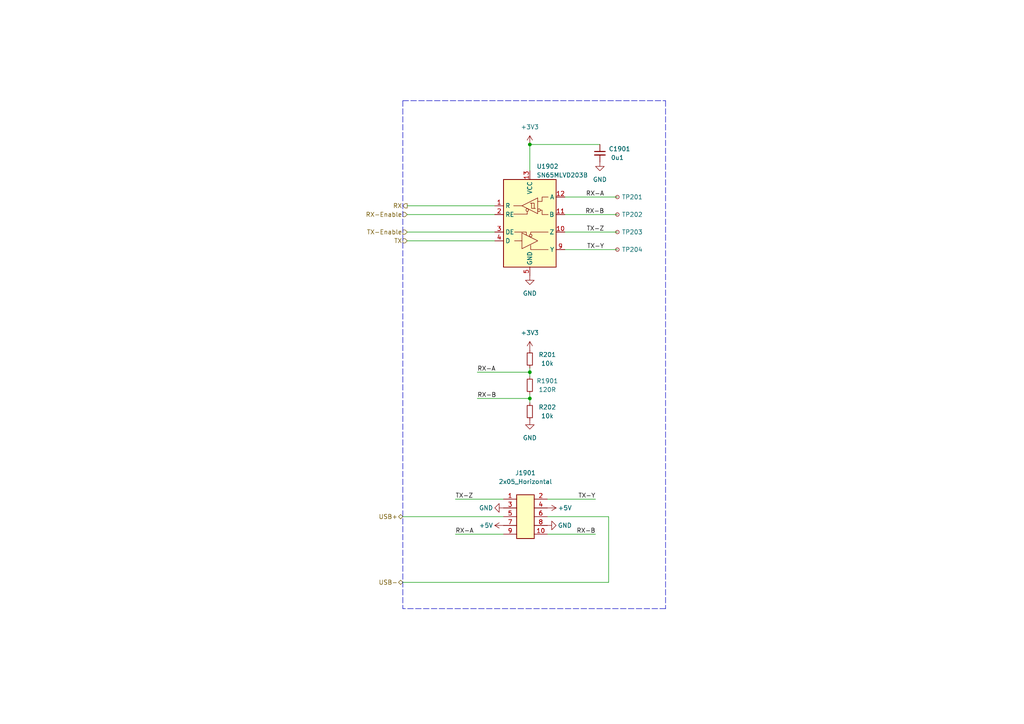
<source format=kicad_sch>
(kicad_sch (version 20231120) (generator "eeschema") (generator_version "8.0")
  (paper "A4")
  (title_block (title "V2 Link") (date "2023-03-29") (rev "3") (company "Plug"))
  (lib_symbols
    (symbol "Connector:TestPoint_Small" (pin_numbers hide) (pin_names (offset 0.762) hide)
      (property "Reference" "TP" (at 0 3.81 0))
      (property "Value" "TestPoint_Small" (at 0 2.032 0))
      (symbol "TestPoint_Small_0_1"
        (circle (center 0 0) (radius 0.508))
      )
      (symbol "TestPoint_Small_1_1"
        (pin passive line (at 0 0 90) (length 0) (name "1") (number "1"))
      )
    )
    (symbol "Device:C_Small" (pin_numbers hide) (pin_names (offset 0.254) hide)
      (property "Reference" "C" (at 0.254 1.778 0))
      (property "Value" "C_Small" (at 0.254 -2.032 0))
      (symbol "C_Small_0_1"
        (polyline (pts (xy -1.524 -0.508) (xy 1.524 -0.508)) (stroke (width 0.3302)))
        (polyline (pts (xy -1.524 0.508) (xy 1.524 0.508)) (stroke (width 0.3048)))
      )
      (symbol "C_Small_1_1"
        (pin passive line (at 0 2.54 270) (length 2.032) (name "~") (number "1"))
        (pin passive line (at 0 -2.54 90) (length 2.032) (name "~") (number "2"))
      )
    )
    (symbol "Device:R_Small" (pin_numbers hide) (pin_names (offset 0.254) hide)
      (property "Reference" "R" (at 0.762 0.508 0))
      (property "Value" "R_Small" (at 0.762 -1.016 0))
      (symbol "R_Small_0_1"
        (rectangle (start -0.762 1.778) (end 0.762 -1.778) (stroke (width 0.2032)))
      )
      (symbol "R_Small_1_1"
        (pin passive line (at 0 2.54 270) (length 0.762) (name "~") (number "1"))
        (pin passive line (at 0 -2.54 90) (length 0.762) (name "~") (number "2"))
      )
    )
    (symbol "V2_Connector_Header_1.27mm:2x05_Horizontal" (pin_names hide)
      (property "Reference" "J" (at 0 12.7 0))
      (property "Value" "2x05_Horizontal" (at 1.27 10.16 0))
      (symbol "2x05_Horizontal_1_1"
        (rectangle (start -2.54 6.35) (end 2.54 -6.35) (stroke (width 0.254)) (fill (type background)))
        (pin passive line (at -6.35 5.08 0) (length 3.81) (name "Pin_1") (number "1"))
        (pin passive line (at 6.35 -5.08 180) (length 3.81) (name "Pin_10") (number "10"))
        (pin passive line (at 6.35 5.08 180) (length 3.81) (name "Pin_2") (number "2"))
        (pin passive line (at -6.35 2.54 0) (length 3.81) (name "Pin_3") (number "3"))
        (pin passive line (at 6.35 2.54 180) (length 3.81) (name "Pin_4") (number "4"))
        (pin passive line (at -6.35 0 0) (length 3.81) (name "Pin_5") (number "5"))
        (pin passive line (at 6.35 0 180) (length 3.81) (name "Pin_6") (number "6"))
        (pin passive line (at -6.35 -2.54 0) (length 3.81) (name "Pin_7") (number "7"))
        (pin passive line (at 6.35 -2.54 180) (length 3.81) (name "Pin_8") (number "8"))
        (pin passive line (at -6.35 -5.08 0) (length 3.81) (name "Pin_9") (number "9"))
      )
    )
    (symbol "V2_Interface_LVDS:SN65MLVD203B"
      (property "Reference" "U" (at -8.89 8.89 0))
      (property "Value" "SN65MLVD203B" (at 1.27 8.89 0))
      (symbol "SN65MLVD203B_0_1"
        (rectangle (start -7.62 12.7) (end 7.62 -12.7) (stroke (width 0.254)) (fill (type background)))
        (circle (center -0.7445 3.8547) (radius 0.381))
        (polyline (pts (xy -4.445 -5.08) (xy -2.286 -5.08)))
        (polyline (pts (xy -2.286 5.08) (xy -4.699 5.08)))
        (polyline (pts (xy -0.762 2.667) (xy -4.699 2.667)))
        (polyline (pts (xy -0.762 3.429) (xy -0.762 2.667)))
        (polyline (pts (xy -1.016 -3.429) (xy -1.016 -2.54) (xy -4.445 -2.54)))
        (polyline (pts (xy 1.27 4.318) (xy 1.27 5.842) (xy 0.381 5.842)))
        (polyline (pts (xy 5.334 -7.62) (xy 0.254 -7.62) (xy 0.254 -6.35)))
        (polyline (pts (xy 5.334 -2.54) (xy 0.254 -2.54) (xy 0.254 -3.175)))
        (polyline (pts (xy -2.286 -2.794) (xy -2.286 -7.366) (xy 2.286 -5.08) (xy -2.286 -2.794)))
        (polyline (pts (xy 2.286 6.35) (xy 3.556 6.35) (xy 3.556 7.62) (xy 5.334 7.62)))
        (polyline (pts (xy 2.286 7.366) (xy 2.286 2.794) (xy -2.286 5.08) (xy 2.286 7.366)))
        (polyline (pts (xy 3.048 3.81) (xy 3.556 3.81) (xy 3.556 2.54) (xy 5.334 2.54)))
        (polyline (pts (xy 1.651 4.318) (xy 0.635 4.318) (xy 0.508 4.318) (xy 0.508 5.842) (xy 0.127 5.842)))
        (circle (center 0.254 -3.556) (radius 0.381))
        (circle (center 2.667 3.81) (radius 0.381))
      )
      (symbol "SN65MLVD203B_1_1"
        (pin output line (at -10.16 5.08 0) (length 2.54) (name "R") (number "1"))
        (pin output line (at 10.16 -2.54 180) (length 2.54) (name "Z") (number "10"))
        (pin input line (at 10.16 2.54 180) (length 2.54) (name "B") (number "11"))
        (pin input line (at 10.16 7.62 180) (length 2.54) (name "A") (number "12"))
        (pin power_in line (at 0 15.24 270) (length 2.54) (name "VCC") (number "13"))
        (pin passive line (at 0 15.24 270) (length 2.54) hide (name "VCC") (number "14"))
        (pin no_connect line (at 0 -34.29 0) (length 2.54) hide (name "") (number "15"))
        (pin no_connect line (at 0 -36.83 0) (length 2.54) hide (name "") (number "16"))
        (pin passive line (at 0 -15.24 90) (length 2.54) hide (name "GND") (number "17"))
        (pin input line (at -10.16 2.54 0) (length 2.54) (name "RE") (number "2"))
        (pin input line (at -10.16 -2.54 0) (length 2.54) (name "DE") (number "3"))
        (pin input line (at -10.16 -5.08 0) (length 2.54) (name "D") (number "4"))
        (pin power_in line (at 0 -15.24 90) (length 2.54) (name "GND") (number "5"))
        (pin passive line (at 0 -15.24 90) (length 2.54) hide (name "GND") (number "6"))
        (pin no_connect line (at 0 -29.21 0) (length 2.54) hide (name "") (number "7"))
        (pin no_connect line (at 0 -31.75 0) (length 2.54) hide (name "") (number "8"))
        (pin output line (at 10.16 -7.62 180) (length 2.54) (name "Y") (number "9"))
      )
    )
    (symbol "power:+3V3" (power) (pin_names (offset 0))
      (property "Value" "+3V3" (at 0 3.556 0))
      (symbol "+3V3_0_1"
        (polyline (pts (xy -0.762 1.27) (xy 0 2.54)))
        (polyline (pts (xy 0 0) (xy 0 2.54)))
        (polyline (pts (xy 0 2.54) (xy 0.762 1.27)))
      )
      (symbol "+3V3_1_1"
        (pin power_in line (at 0 0 90) (length 0) hide (name "+3V3") (number "1"))
      )
    )
    (symbol "power:+5V" (power) (pin_names (offset 0))
      (property "Value" "+5V" (at 0 3.556 0))
      (symbol "+5V_0_1"
        (polyline (pts (xy -0.762 1.27) (xy 0 2.54)))
        (polyline (pts (xy 0 0) (xy 0 2.54)))
        (polyline (pts (xy 0 2.54) (xy 0.762 1.27)))
      )
      (symbol "+5V_1_1"
        (pin power_in line (at 0 0 90) (length 0) hide (name "+5V") (number "1"))
      )
    )
    (symbol "power:GND" (power) (pin_names (offset 0))
      (property "Value" "GND" (at 0 -3.81 0))
      (symbol "GND_0_1"
        (polyline (pts (xy 0 0) (xy 0 -1.27) (xy 1.27 -1.27) (xy 0 -2.54) (xy -1.27 -1.27) (xy 0 -1.27)))
      )
      (symbol "GND_1_1"
        (pin power_in line (at 0 0 270) (length 0) hide (name "GND") (number "1"))
      )
    )
  )
  (junction (at 153.67 41.91))
  (junction (at 153.67 115.57))
  (junction (at 153.67 107.95))
  (wire (pts (xy 176.53 168.91) (xy 116.84 168.91)))
  (wire (pts (xy 163.83 67.31) (xy 179.07 67.31)))
  (wire (pts (xy 163.83 72.39) (xy 179.07 72.39)))
  (wire (pts (xy 116.84 149.86) (xy 146.05 149.86)))
  (wire (pts (xy 163.83 62.23) (xy 179.07 62.23)))
  (polyline (pts (xy 193.04 176.53) (xy 116.84 176.53)) (stroke (width 0) (type dash)))
  (wire (pts (xy 146.05 144.78) (xy 132.08 144.78)))
  (wire (pts (xy 163.83 57.15) (xy 179.07 57.15)))
  (wire (pts (xy 153.67 41.91) (xy 153.67 49.53)))
  (wire (pts (xy 146.05 154.94) (xy 132.08 154.94)))
  (polyline (pts (xy 193.04 29.21) (xy 193.04 176.53)) (stroke (width 0) (type dash)))
  (wire (pts (xy 158.75 149.86) (xy 176.53 149.86)))
  (wire (pts (xy 118.11 69.85) (xy 143.51 69.85)))
  (wire (pts (xy 138.43 107.95) (xy 153.67 107.95)))
  (wire (pts (xy 158.75 154.94) (xy 172.72 154.94)))
  (wire (pts (xy 153.67 41.91) (xy 173.99 41.91)))
  (wire (pts (xy 153.67 107.95) (xy 153.67 109.22)))
  (wire (pts (xy 118.11 67.31) (xy 143.51 67.31)))
  (wire (pts (xy 138.43 115.57) (xy 153.67 115.57)))
  (wire (pts (xy 153.67 114.3) (xy 153.67 115.57)))
  (wire (pts (xy 118.11 62.23) (xy 143.51 62.23)))
  (polyline (pts (xy 116.84 29.21) (xy 116.84 176.53)) (stroke (width 0) (type dash)))
  (wire (pts (xy 158.75 144.78) (xy 172.72 144.78)))
  (wire (pts (xy 153.67 106.68) (xy 153.67 107.95)))
  (wire (pts (xy 176.53 149.86) (xy 176.53 168.91)))
  (wire (pts (xy 153.67 115.57) (xy 153.67 116.84)))
  (polyline (pts (xy 116.84 29.21) (xy 193.04 29.21)) (stroke (width 0) (type dash)))
  (wire (pts (xy 118.11 59.69) (xy 143.51 59.69)))
  (label "RX-B" (at 175.26 62.23 180))
  (label "RX-A" (at 175.26 57.15 180))
  (label "TX-Y" (at 172.72 144.78 180))
  (label "TX-Z" (at 132.08 144.78 0))
  (label "RX-B" (at 138.43 115.57 0))
  (label "RX-A" (at 138.43 107.95 0))
  (label "TX-Z" (at 175.26 67.31 180))
  (label "RX-B" (at 172.72 154.94 180))
  (label "TX-Y" (at 175.26 72.39 180))
  (label "RX-A" (at 132.08 154.94 0))
  (hierarchical_label "USB+" (shape bidirectional) (at 116.84 149.86 180))
  (hierarchical_label "TX-Enable" (shape input) (at 118.11 67.31 180))
  (hierarchical_label "USB-" (shape bidirectional) (at 116.84 168.91 180))
  (hierarchical_label "RX" (shape output) (at 118.11 59.69 180))
  (hierarchical_label "TX" (shape input) (at 118.11 69.85 180))
  (hierarchical_label "RX-Enable" (shape input) (at 118.11 62.23 180))
  (symbol (lib_id "power:GND") (at 173.99 46.99 0) (unit 1)
    (property "Reference" "#PWR01907" (effects (hide yes)))
    (property "Value" "GND" (at 173.99 52.07 0))
  )
  (symbol (lib_id "Connector:TestPoint_Small") (at 179.07 67.31 0) (unit 1)
    (property "Reference" "TP203" (at 180.34 67.31 0) (effects (justify left)))
    (property "Value" "TestPoint_Small" (effects (hide yes)))
    (property "Footprint" "V2_TestPoint:TestPoint_THTPad_D1.0mm_Drill0.5mm" (effects (hide yes)))
  )
  (symbol (lib_id "Connector:TestPoint_Small") (at 179.07 72.39 0) (unit 1)
    (property "Reference" "TP204" (at 180.34 72.39 0) (effects (justify left)))
    (property "Value" "TestPoint_Small" (effects (hide yes)))
    (property "Footprint" "V2_TestPoint:TestPoint_THTPad_D1.0mm_Drill0.5mm" (effects (hide yes)))
  )
  (symbol (lib_id "V2_Interface_LVDS:SN65MLVD203B") (at 153.67 64.77 0) (unit 1)
    (property "Reference" "U1902" (at 155.6259 48.26 0) (effects (justify left)))
    (property "Value" "SN65MLVD203B" (at 155.6259 50.8 0) (effects (justify left)))
    (property "Footprint" "V2_Package_DFN_QFN:WQFN-16-1EP_4x4mm_P0.65mm_EP2.7x2.7mm_ThermalVias" (effects (hide yes)))
  )
  (symbol (lib_id "Device:R_Small") (at 153.67 111.76 0) (unit 1)
    (property "Reference" "R1901" (at 158.75 110.49 0))
    (property "Value" "120R" (at 158.75 113.03 0))
    (property "Footprint" "Resistor_SMD:R_0603_1608Metric" (effects (hide yes)))
  )
  (symbol (lib_id "Connector:TestPoint_Small") (at 179.07 57.15 0) (unit 1)
    (property "Reference" "TP201" (at 180.34 57.15 0) (effects (justify left)))
    (property "Value" "TestPoint_Small" (effects (hide yes)))
    (property "Footprint" "V2_TestPoint:TestPoint_THTPad_D1.0mm_Drill0.5mm" (effects (hide yes)))
  )
  (symbol (lib_id "V2_Connector_Header_1.27mm:2x05_Horizontal") (at 152.4 149.86 0) (unit 1) (exclude_from_sim yes)
    (property "Reference" "J1901" (at 152.4 137.16 0))
    (property "Value" "2x05_Horizontal" (at 152.4 139.7 0))
    (property "Footprint" "V2_Connector_Header_1.27mm:PinHeader_2x05_P1.27mm_Horizontal" (effects (hide yes)))
  )
  (symbol (lib_id "power:+3V3") (at 153.67 101.6 0) (unit 1)
    (property "Reference" "#PWR0202" (effects (hide yes)))
    (property "Value" "+3V3" (at 153.67 96.52 0))
  )
  (symbol (lib_id "power:GND") (at 146.05 147.32 270) (unit 1)
    (property "Reference" "#PWR01901" (effects (hide yes)))
    (property "Value" "GND" (at 140.97 147.3199 90))
  )
  (symbol (lib_id "power:+5V") (at 146.05 152.4 90) (unit 1)
    (property "Reference" "#PWR01902" (effects (hide yes)))
    (property "Value" "+5V" (at 140.97 152.4 90))
  )
  (symbol (lib_id "power:GND") (at 153.67 80.01 0) (unit 1)
    (property "Reference" "#PWR01904" (effects (hide yes)))
    (property "Value" "GND" (at 153.67 85.09 0))
  )
  (symbol (lib_id "power:+5V") (at 158.75 147.32 270) (unit 1)
    (property "Reference" "#PWR01905" (effects (hide yes)))
    (property "Value" "+5V" (at 163.83 147.32 90))
  )
  (symbol (lib_id "Device:R_Small") (at 153.67 104.14 0) (unit 1)
    (property "Reference" "R201" (at 158.75 102.87 0))
    (property "Value" "10k" (at 158.75 105.41 0))
    (property "Footprint" "Resistor_SMD:R_0603_1608Metric" (effects (hide yes)))
  )
  (symbol (lib_id "Device:R_Small") (at 153.67 119.38 0) (unit 1)
    (property "Reference" "R202" (at 158.75 118.11 0))
    (property "Value" "10k" (at 158.75 120.65 0))
    (property "Footprint" "Resistor_SMD:R_0603_1608Metric" (effects (hide yes)))
  )
  (symbol (lib_id "power:+3V3") (at 153.67 41.91 0) (unit 1)
    (property "Reference" "#PWR01903" (effects (hide yes)))
    (property "Value" "+3V3" (at 153.67 36.83 0))
  )
  (symbol (lib_id "power:GND") (at 158.75 152.4 90) (unit 1)
    (property "Reference" "#PWR01906" (effects (hide yes)))
    (property "Value" "GND" (at 163.83 152.4 90))
  )
  (symbol (lib_id "Device:C_Small") (at 173.99 44.45 0) (unit 1)
    (property "Reference" "C1901" (at 176.53 43.1862 0) (effects (justify left)))
    (property "Value" "0u1" (at 179.07 45.7262 0))
    (property "Footprint" "Capacitor_SMD:C_0603_1608Metric" (effects (hide yes)))
  )
  (symbol (lib_id "power:GND") (at 153.67 121.92 0) (unit 1)
    (property "Reference" "#PWR0201" (effects (hide yes)))
    (property "Value" "GND" (at 153.67 127 0))
  )
  (symbol (lib_id "Connector:TestPoint_Small") (at 179.07 62.23 0) (unit 1)
    (property "Reference" "TP202" (at 180.34 62.23 0) (effects (justify left)))
    (property "Value" "TestPoint_Small" (effects (hide yes)))
    (property "Footprint" "V2_TestPoint:TestPoint_THTPad_D1.0mm_Drill0.5mm" (effects (hide yes)))
  )
)
</source>
